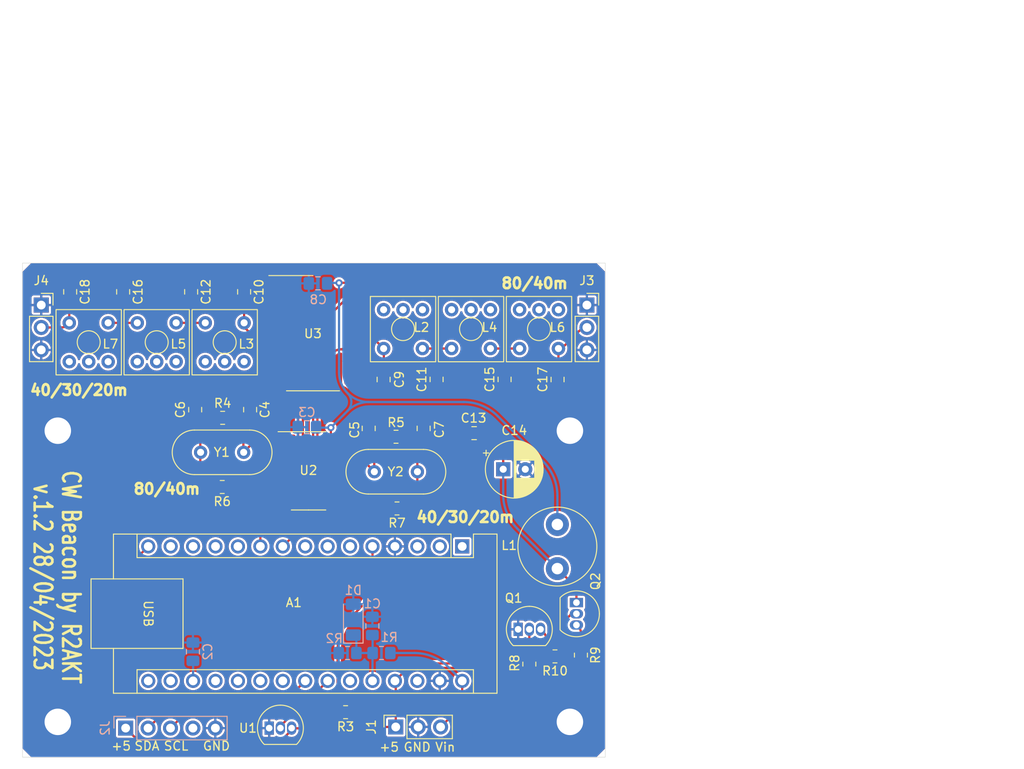
<source format=kicad_pcb>
(kicad_pcb (version 20221018) (generator pcbnew)
  (title_block (title "Маяк телеграфный автономный") (company "R2AKT") (comment 1 "R2AKT.464114.001") (comment 2 "R2AKT"))
  (layers (0 "F.Cu" signal) (31 "B.Cu" signal) (34 "B.Paste" user) (35 "F.Paste" user) (36 "B.SilkS" user "B.Silkscreen") (37 "F.SilkS" user "F.Silkscreen") (38 "B.Mask" user) (39 "F.Mask" user) (44 "Edge.Cuts" user))
  (net 0 "")
  (net 1 "GND")
  (net 2 "+5V")
  (net 6 "Net-(A1-D2)")
  (net 10 "Net-(A1-D6)")
  (net 11 "Net-(A1-D7)")
  (net 16 "Net-(A1-D12)")
  (net 19 "Net-(A1-AREF)")
  (net 25 "Net-(C15-Pad2)")
  (net 26 "Net-(A1-A7)")
  (net 27 "Net-(C11-Pad2)")
  (net 28 "Net-(C12-Pad2)")
  (net 29 "SDA")
  (net 30 "SCL")
  (net 31 "+5V_RF")
  (net 33 "Net-(U3-1Y0)")
  (net 34 "Net-(U3-2Y0)")
  (net 35 "Net-(Q2-C)")
  (net 36 "Net-(J3-Pin_2)")
  (net 37 "Net-(J4-Pin_2)")
  (net 39 "Net-(Q1-B)")
  (net 40 "Net-(Q1-C)")
  (net 41 "Vin")
  (net 42 "Net-(Q2-B)")
  (net 43 "Net-(R4-Pad1)")
  (net 44 "Net-(R5-Pad1)")
  (net 45 "Net-(U3-1A0)")
  (net 46 "Net-(C4-Pad2)")
  (net 47 "Net-(C5-Pad2)")
  (net 48 "Net-(C6-Pad1)")
  (net 49 "Net-(C7-Pad1)")
  (net 50 "Net-(C16-Pad2)")
  (net 51 "Net-(U3-1OE)")
  (net 52 "Net-(U3-2OE)")
  (net 53 "Net-(U3-2A0)")
  (footprint "Package_SO:SO-20_12.8x7.5mm_P1.27mm" (layer "F.Cu") (at 109.512001 98.952539)
    (fp_text reference "U3")
    (fp_text value "74AHC244")
  )
  (footprint "Capacitor_SMD:C_0805_2012Metric_Pad1.18x1.45mm_HandSolder" (layer "F.Cu") (at 102.392 107.619038 -90)
    (fp_text reference "C4")
    (fp_text value "22p")
  )
  (footprint "Capacitor_SMD:C_0805_2012Metric_Pad1.18x1.45mm_HandSolder" (layer "F.Cu") (at 115.821999 109.743543 -90)
    (fp_text reference "C5")
    (fp_text value "20p")
  )
  (footprint "Capacitor_SMD:C_0805_2012Metric_Pad1.18x1.45mm_HandSolder" (layer "F.Cu") (at 96.169 107.619038 90)
    (fp_text reference "C6")
    (fp_text value "22p")
  )
  (footprint "Resistor_SMD:R_0805_2012Metric_Pad1.20x1.40mm_HandSolder" (layer "F.Cu") (at 113.205 141.904476 180)
    (fp_text reference "R3")
    (fp_text value "4k7")
  )
  (footprint "Resistor_SMD:R_0805_2012Metric_Pad1.20x1.40mm_HandSolder" (layer "F.Cu") (at 99.279999 108.545538)
    (fp_text reference "R4")
    (fp_text value "4M7")
  )
  (footprint "Crystal:Crystal_HC49-U_Vertical" (layer "F.Cu") (at 101.661 112.453538 180)
    (fp_text reference "Y1")
    (fp_text value "80m/40m")
  )
  (footprint "Crystal:Crystal_HC49-U_Vertical" (layer "F.Cu") (at 116.461 114.653538)
    (fp_text reference "Y2")
    (fp_text value "40m/30m/20m")
  )
  (footprint "Package_SO:SOIC-14_3.9x8.7mm_P1.27mm" (layer "F.Cu") (at 109.012001 114.552539)
    (fp_text reference "U2")
    (fp_text value "74AHC04")
  )
  (footprint "Capacitor_SMD:C_0805_2012Metric_Pad1.18x1.45mm_HandSolder" (layer "F.Cu") (at 122.044999 109.743543 90)
    (fp_text reference "C7")
    (fp_text value "20p")
  )
  (footprint "Resistor_SMD:R_0805_2012Metric_Pad1.20x1.40mm_HandSolder" (layer "F.Cu") (at 134.015 136.453538 -90)
    (fp_text reference "R8")
    (fp_text value "1k")
  )
  (footprint "Library:TNT_Variable_Induction_7x7" (layer "F.Cu") (at 92.011 94.679538 180)
    (fp_text reference "L5")
    (fp_text value "910n (10T)")
  )
  (footprint "Library:TNT_Variable_Induction_7x7" (layer "F.Cu") (at 84.311 94.679538 180)
    (fp_text reference "L7")
    (fp_text value "820n (9T)")
  )
  (footprint "Capacitor_SMD:C_0805_2012Metric_Pad1.18x1.45mm_HandSolder" (layer "F.Cu") (at 95.711 94.266038 -90)
    (fp_text reference "C12")
    (fp_text value "470p 5%")
  )
  (footprint "Capacitor_SMD:C_0805_2012Metric_Pad1.18x1.45mm_HandSolder" (layer "F.Cu") (at 88.011 94.266038 -90)
    (fp_text reference "C16")
    (fp_text value "470p 5%")
  )
  (footprint "Connector_PinSocket_2.54mm:PinSocket_1x03_P2.54mm_Vertical" (layer "F.Cu") (at 140.536 95.765539)
    (fp_text reference "J3")
    (fp_text value "Conn_01x03")
  )
  (footprint "Package_TO_SOT_THT:TO-92_Inline" (layer "F.Cu") (at 104.551 143.708538)
    (fp_text reference "U1")
    (fp_text value "DS18B20")
  )
  (footprint "Package_TO_SOT_THT:TO-92_Inline" (layer "F.Cu") (at 139.349 129.484538 -90)
    (fp_text reference "Q2")
    (fp_text value "BC327")
  )
  (footprint "Capacitor_SMD:C_0805_2012Metric_Pad1.18x1.45mm_HandSolder" (layer "F.Cu") (at 131.211 104.191038 90)
    (fp_text reference "C15")
    (fp_text value "820p 5%")
  )
  (footprint "Resistor_SMD:R_0805_2012Metric_Pad1.20x1.40mm_HandSolder" (layer "F.Cu") (at 119.029 118.816538)
    (fp_text reference "R7")
    (fp_text value "1k")
  )
  (footprint "Resistor_SMD:R_0805_2012Metric_Pad1.20x1.40mm_HandSolder" (layer "F.Cu") (at 136.92 135.580538 180)
    (fp_text reference "R10")
    (fp_text value "510")
  )
  (footprint "Library:TNT_Variable_Induction_7x7" (layer "F.Cu") (at 99.711 94.679538 180)
    (fp_text reference "L3")
    (fp_text value "820n (9T)")
  )
  (footprint "Resistor_SMD:R_0805_2012Metric_Pad1.20x1.40mm_HandSolder" (layer "F.Cu") (at 118.918 110.688538 180)
    (fp_text reference "R5")
    (fp_text value "4M7")
  )
  (footprint "Capacitor_SMD:C_0805_2012Metric_Pad1.18x1.45mm_HandSolder" (layer "F.Cu") (at 101.711 94.266038 -90)
    (fp_text reference "C10")
    (fp_text value "270p 5%")
  )
  (footprint "Resistor_SMD:R_0805_2012Metric_Pad1.20x1.40mm_HandSolder" (layer "F.Cu") (at 99.233 116.383038 180)
    (fp_text reference "R6")
    (fp_text value "1k")
  )
  (footprint "Capacitor_SMD:C_0805_2012Metric_Pad1.18x1.45mm_HandSolder" (layer "F.Cu") (at 82.011 94.266038 -90)
    (fp_text reference "C18")
    (fp_text value "270p 5%")
  )
  (footprint "Module:Arduino_Nano" (layer "F.Cu") (at 126.413 123.118476 -90)
    (fp_text reference "A1")
    (fp_text value "Arduino_Nano_v3.x")
  )
  (footprint "Inductor_THT:L_Radial_D8.7mm_P5.00mm_Fastron_07HCP" (layer "F.Cu") (at 137.19 125.634538 90)
    (fp_text reference "L1")
    (fp_text value "100u")
  )
  (footprint "Library:TNT_Variable_Induction_7x7" (layer "F.Cu") (at 119.511 103.790538)
    (fp_text reference "L2")
    (fp_text value "1u6 (14T)")
  )
  (footprint "Package_TO_SOT_THT:TO-92_Inline" (layer "F.Cu") (at 132.745 132.511538)
    (fp_text reference "Q1")
    (fp_text value "PN2222A/2N3906")
  )
  (footprint "Connector_PinSocket_2.54mm:PinSocket_1x03_P2.54mm_Vertical" (layer "F.Cu") (at 118.885001 143.580599 90)
    (fp_text reference "J1")
    (fp_text value "Conn_01x03")
  )
  (footprint "Capacitor_SMD:C_0805_2012Metric_Pad1.18x1.45mm_HandSolder" (layer "F.Cu") (at 127.761 110.283538 180)
    (fp_text reference "C13")
    (fp_text value "100n")
  )
  (footprint "Capacitor_SMD:C_0805_2012Metric_Pad1.18x1.45mm_HandSolder" (layer "F.Cu") (at 117.511 104.203538 90)
    (fp_text reference "C9")
    (fp_text value "470p 5%")
  )
  (footprint "Capacitor_SMD:C_0805_2012Metric_Pad1.18x1.45mm_HandSolder" (layer "F.Cu") (at 123.511 104.191038 90)
    (fp_text reference "C11")
    (fp_text value "820p 5%")
  )
  (footprint "Capacitor_SMD:C_0805_2012Metric_Pad1.18x1.45mm_HandSolder" (layer "F.Cu") (at 137.211 104.203538 90)
    (fp_text reference "C17")
    (fp_text value "470p 5%")
  )
  (footprint "Library:TNT_Variable_Induction_7x7" (layer "F.Cu") (at 127.211 103.790538)
    (fp_text reference "L4")
    (fp_text value "1u8 (15T)")
  )
  (footprint "Library:TNT_Variable_Induction_7x7" (layer "F.Cu") (at 134.911 103.790538)
    (fp_text reference "L6")
    (fp_text value "1u6 (14T)")
  )
  (footprint "Connector_PinSocket_2.54mm:PinSocket_1x03_P2.54mm_Vertical" (layer "F.Cu") (at 78.736 95.765539)
    (fp_text reference "J4")
    (fp_text value "Conn_01x03")
  )
  (footprint "Resistor_SMD:R_0805_2012Metric_Pad1.20x1.40mm_HandSolder" (layer "F.Cu") (at 139.857 135.437538 -90)
    (fp_text reference "R9")
    (fp_text value "5k1")
  )
  (footprint "Capacitor_THT:CP_Radial_D6.3mm_P2.50mm" (layer "F.Cu") (at 131.054621 114.371538)
    (fp_text reference "C14")
    (fp_text value "1u")
  )
  (footprint "Diode_SMD:D_MiniMELF" (layer "B.Cu") (at 114.076 131.417538 90)
    (fp_text reference "D1")
    (fp_text value "BZV55B4V7")
  )
  (footprint "Capacitor_SMD:C_0805_2012Metric_Pad1.18x1.45mm_HandSolder" (layer "B.Cu") (at 95.915 135.051038 90)
    (fp_text reference "C2")
    (fp_text value "100n")
  )
  (footprint "Capacitor_SMD:C_0805_2012Metric_Pad1.18x1.45mm_HandSolder" (layer "B.Cu") (at 110.0735 93.303538 180)
    (fp_text reference "C8")
    (fp_text value "100n")
  )
  (footprint "Capacitor_SMD:C_0805_2012Metric_Pad1.18x1.45mm_HandSolder" (layer "B.Cu") (at 108.8235 109.603538 180)
    (fp_text reference "C3")
    (fp_text value "100n")
  )
  (footprint "Resistor_SMD:R_0805_2012Metric_Pad1.20x1.40mm_HandSolder" (layer "B.Cu") (at 117.267 135.199538 180)
    (fp_text reference "R1")
    (fp_text value "1k8 1%")
  )
  (footprint "Connector_PinHeader_2.54mm:PinHeader_1x05_P2.54mm_Vertical" (layer "B.Cu") (at 88.295 143.708538 -90)
    (fp_text reference "J2")
    (fp_text value "Conn_01x05")
  )
  (footprint "Capacitor_SMD:C_0805_2012Metric_Pad1.18x1.45mm_HandSolder" (layer "B.Cu") (at 116.235 132.130038 90)
    (fp_text reference "C1")
    (fp_text value "100n")
  )
  (footprint "Resistor_SMD:R_0805_2012Metric_Pad1.20x1.40mm_HandSolder" (layer "B.Cu") (at 113.425 135.199538 180)
    (fp_text reference "R2")
    (fp_text value "820 1%")
  )
  (gr_rect (start 76.611 91.003538) (end 142.611 147.003538) (stroke (width 0.05)) (fill none) (layer "Edge.Cuts"))
  (gr_text "+5" (at 118.14 145.867538) (layer "F.SilkS") (effects (font (size 1 1))))
  (gr_text "Vin" (at 124.49 145.867538) (layer "F.SilkS") (effects (font (size 1 1))))
  (gr_text "SCL" (at 94.01 145.740538) (layer "F.SilkS") (effects (font (size 1 1))))
  (gr_text "80/40m" (at 134.611 93.303538) (layer "F.SilkS") (effects (font (size 1.2 1.2) (thickness 0.3))))
  (gr_text "SDA" (at 90.708 145.740538) (layer "F.SilkS") (effects (font (size 1 1))))
  (gr_text "CW Beacon by R2AKT\nv.1.2 28/04/2023" (at 80.511 126.603538 270) (layer "F.SilkS") (effects (font (size 2 1.5) (thickness 0.3))))
  (gr_text "+5" (at 87.787 145.740538) (layer "F.SilkS") (effects (font (size 1 1))))
  (gr_text "80/40m" (at 92.961 116.603538) (layer "F.SilkS") (effects (font (size 1.2 1.2) (thickness 0.3))))
  (gr_text "GND" (at 98.582 145.740538) (layer "F.SilkS") (effects (font (size 1 1))))
  (gr_text "40/30/20m" (at 126.761 119.803538) (layer "F.SilkS") (effects (font (size 1.2 1.2) (thickness 0.3))))
  (gr_text "GND" (at 121.315 145.867538) (layer "F.SilkS") (effects (font (size 1 1))))
  (gr_text "40/30/20m" (at 83.011 105.403538) (layer "F.SilkS") (effects (font (size 1.2 1.2) (thickness 0.3))))
  (via (at 80.611 143.003538) (size 5) (drill 3) (layers "F.Cu" "B.Cu") (net 1))
  (via (at 138.611 110.002738) (size 5) (drill 3) (layers "F.Cu" "B.Cu") (net 1))
  (via (at 138.611 143.003538) (size 5) (drill 3) (layers "F.Cu" "B.Cu") (net 1))
  (via (at 80.611 110.003538) (size 5) (drill 3) (layers "F.Cu" "B.Cu") (net 1))
  (segment (start 139.603 132.278538) (end 139.349 132.024538) (width 0.25) (layer "F.Cu") (net 2))
  (segment (start 114.205 141.904476) (end 113.290938 142.818537) (width 0.25) (layer "F.Cu") (net 2))
  (segment (start 118.885001 143.580599) (end 117.06632 143.580599) (width 0.25) (layer "F.Cu") (net 2))
  (segment (start 133.995606 136.378538) (end 122.172965 136.378538) (width 0.25) (layer "F.Cu") (net 2))
  (segment (start 141 136.293331) (end 141 136.754102) (width 0.25) (layer "F.Cu") (net 2))
  (segment (start 118.885001 138.515531) (end 118.885001 143.580599) (width 0.25) (layer "F.Cu") (net 2))
  (segment (start 140.391564 137.362538) (end 136.371193 137.362538) (width 0.25) (layer "F.Cu") (net 2))
  (segment (start 89.184 144.597538) (end 88.295 143.708538) (width 0.25) (layer "F.Cu") (net 2))
  (segment (start 140.495978 135.076516) (end 139.857 134.437538) (width 0.25) (layer "F.Cu") (net 2))
  (segment (start 91.330235 145.486538) (end 104.439863 145.486538) (width 0.25) (layer "F.Cu") (net 2))
  (segment (start 111.084198 143.732599) (end 107.066939 143.732599) (width 0.25) (layer "F.Cu") (net 2))
  (segment (start 119.782969 137.368507) (end 118.839 138.312475) (width 0.25) (layer "F.Cu") (net 2))
  (segment (start 107.091 143.821038) (end 107.091 143.708538) (width 0.25) (layer "F.Cu") (net 2))
  (segment (start 139.857 132.891748) (end 139.857 134.437538) (width 0.25) (layer "F.Cu") (net 2))
  (segment (start 114.205 141.904476) (end 115.043061 142.742537) (width 0.25) (layer "F.Cu") (net 2))
  (segment (start 107.01145 144.013087) (end 106.314499 144.710037) (width 0.25) (layer "F.Cu") (net 2))
  (arc (start 140.391564 137.362538) (mid 140.624402 137.316223) (end 140.821793 137.184331) (width 0.25) (layer "F.Cu") (net 2))
  (arc (start 89.184 144.597538) (mid 90.168701 145.255494) (end 91.330235 145.486538) (width 0.25) (layer "F.Cu") (net 2))
  (arc (start 117.06632 143.580599) (mid 115.97134 143.362793) (end 115.043061 142.742537) (width 0.25) (layer "F.Cu") (net 2))
  (arc (start 118.839 138.404476) (mid 118.873045 138.455428) (end 118.885001 138.515531) (width 0.25) (layer "F.Cu") (net 2))
  (arc (start 135.1834 136.870538) (mid 135.728364 137.234671) (end 136.371193 137.362538) (width 0.25) (layer "F.Cu") (net 2))
  (arc (start 119.782969 137.368507) (mid 120.879508 136.635822) (end 122.172965 136.378538) (width 0.25) (layer "F.Cu") (net 2))
  (arc (start 140.495978 135.076516) (mid 140.869008 135.634795) (end 141 136.293331) (width 0.25) (layer "F.Cu") (net 2))
  (arc (start 118.839 138.404476) (mid 118.819946 138.358475) (end 118.839 138.312475) (width 0.25) (layer "F.Cu") (net 2))
  (arc (start 139.857 132.891748) (mid 139.790987 132.559881) (end 139.603 132.278538) (width 0.25) (layer "F.Cu") (net 2))
  (arc (start 107.01145 144.013087) (mid 107.070325 143.924974) (end 107.091 143.821038) (width 0.25) (layer "F.Cu") (net 2))
  (arc (start 113.290938 142.818537) (mid 112.278477 143.495042) (end 111.084198 143.732599) (width 0.25) (layer "F.Cu") (net 2))
  (arc (start 141 136.754102) (mid 140.953685 136.98694) (end 140.821793 137.184331) (width 0.25) (layer "F.Cu") (net 2))
  (arc (start 106.314499 144.710037) (mid 105.454409 145.284731) (end 104.439863 145.486538) (width 0.25) (layer "F.Cu") (net 2))
  (arc (start 135.1834 136.870538) (mid 134.638435 136.506404) (end 133.995606 136.378538) (width 0.25) (layer "F.Cu") (net 2))
  (segment (start 116.253 126.442636) (end 116.253 123.118476) (width 0.25) (layer "F.Cu") (net 6))
  (segment (start 106.610531 142.694007) (end 105.900549 143.403988) (width 0.25) (layer "F.Cu") (net 6))
  (segment (start 112.298 141.745715) (end 112.298 134.905563) (width 0.25) (layer "F.Cu") (net 6))
  (segment (start 113.891792 131.057806) (end 114.659207 130.290392) (width 0.25) (layer "F.Cu") (net 6))
  (segment (start 112.139239 141.904476) (end 108.516627 141.904476) (width 0.25) (layer "F.Cu") (net 6))
  (segment (start 105.821 143.596038) (end 105.821 143.708538) (width 0.25) (layer "F.Cu") (net 6))
  (arc (start 112.298 141.745715) (mid 112.285915 141.80647) (end 112.2515 141.857976) (width 0.25) (layer "F.Cu") (net 6))
  (arc (start 105.900549 143.403988) (mid 105.841674 143.492101) (end 105.821 143.596038) (width 0.25) (layer "F.Cu") (net 6))
  (arc (start 112.139239 141.904476) (mid 112.199994 141.892391) (end 112.2515 141.857976) (width 0.25) (layer "F.Cu") (net 6))
  (arc (start 116.253 126.442636) (mid 115.838786 128.525026) (end 114.659207 130.290392) (width 0.25) (layer "F.Cu") (net 6))
  (arc (start 113.891792 131.057806) (mid 112.712213 132.823172) (end 112.298 134.905563) (width 0.25) (layer "F.Cu") (net 6))
  (arc (start 108.516627 141.904476) (mid 107.485055 142.109668) (end 106.610531 142.694007) (width 0.25) (layer "F.Cu") (net 6))
  (segment (start 113.214 117.573538) (end 113.173528 117.533066) (width 0.25) (layer "F.Cu") (net 10))
  (segment (start 112.110001 117.092539) (end 111.487001 117.092539) (width 0.25) (layer "F.Cu") (net 10))
  (segment (start 112.177382 120.467538) (end 110.618434 120.467538) (width 0.25) (layer "F.Cu") (net 10))
  (segment (start 113.695 118.734774) (end 113.695 118.94992) (width 0.25) (layer "F.Cu") (net 10))
  (segment (start 107.418469 121.793007) (end 106.093 123.118476) (width 0.25) (layer "F.Cu") (net 10))
  (arc (start 113.2505 120.023038) (mid 113.579478 119.530687) (end 113.695 118.94992) (width 0.25) (layer "F.Cu") (net 10))
  (arc (start 113.173528 117.533066) (mid 112.685577 117.207028) (end 112.110001 117.092539) (width 0.25) (layer "F.Cu") (net 10))
  (arc (start 107.418469 121.793007) (mid 108.886625 120.812016) (end 110.618434 120.467538) (width 0.25) (layer "F.Cu") (net 10))
  (arc (start 113.2505 120.023038) (mid 112.758149 120.352016) (end 112.177382 120.467538) (width 0.25) (layer "F.Cu") (net 10))
  (arc (start 113.214 117.573538) (mid 113.569992 118.106317) (end 113.695 118.734774) (width 0.25) (layer "F.Cu") (net 10))
  (segment (start 105.898 115.822539) (end 106.537001 115.822539) (width 0.25) (layer "F.Cu") (net 11))
  (segment (start 104.405999 116.675538) (end 104.807157 116.27438) (width 0.25) (layer "F.Cu") (net 11))
  (segment (start 103.553 118.734861) (end 103.553 123.118476) (width 0.25) (layer "F.Cu") (net 11))
  (arc (start 104.405999 116.675538) (mid 103.774687 117.620363) (end 103.553 118.734861) (width 0.25) (layer "F.Cu") (net 11))
  (arc (start 105.898 115.822539) (mid 105.30764 115.939968) (end 104.807157 116.27438) (width 0.25) (layer "F.Cu") (net 11))
  (segment (start 133.913883 137.840654) (end 125.832037 145.9225) (width 0.25) (layer "F.Cu") (net 16))
  (segment (start 134.015 137.596538) (end 134.015 137.453538) (width 0.25) (layer "F.Cu") (net 16))
  (segment (start 88.293964 145.936039) (end 125.8235 145.936039) (width 0.25) (layer "F.Cu") (net 16))
  (segment (start 87.602792 126.368683) (end 90.853 123.118476) (width 0.25) (layer "F.Cu") (net 16))
  (segment (start 86.009 143.651074) (end 86.009 130.216439) (width 0.25) (layer "F.Cu") (net 16))
  (arc (start 86.009 143.651074) (mid 86.182932 144.525492) (end 86.67825 145.266788) (width 0.25) (layer "F.Cu") (net 16))
  (arc (start 125.828501 145.931038) (mid 125.829419 145.926417) (end 125.832037 145.9225) (width 0.25) (layer "F.Cu") (net 16))
  (arc (start 87.602792 126.368683) (mid 86.423213 128.134048) (end 86.009 130.216439) (width 0.25) (layer "F.Cu") (net 16))
  (arc (start 134.015 137.596538) (mid 133.98872 137.728652) (end 133.913883 137.840654) (width 0.25) (layer "F.Cu") (net 16))
  (arc (start 88.293964 145.936039) (mid 87.419546 145.762106) (end 86.67825 145.266788) (width 0.25) (layer "F.Cu") (net 16))
  (arc (start 125.828501 145.931038) (mid 125.827036 145.934574) (end 125.8235 145.936039) (width 0.25) (layer "F.Cu") (net 16))
  (segment (start 95.924 136.097538) (end 95.915 136.088538) (width 0.25) (layer "B.Cu") (net 19))
  (segment (start 95.933 136.119265) (end 95.933 138.358476) (width 0.25) (layer "B.Cu") (net 19))
  (arc (start 95.924 136.097538) (mid 95.93066 136.107506) (end 95.933 136.119265) (width 0.25) (layer "B.Cu") (net 19))
  (segment (start 131.211 100.798085) (end 131.211 103.153538) (width 0.25) (layer "F.Cu") (net 25))
  (segment (start 131.192547 100.690538) (end 131.103452 100.690538) (width 0.25) (layer "F.Cu") (net 25))
  (segment (start 131.103452 100.690538) (end 129.611 100.690538) (width 0.25) (layer "F.Cu") (net 25))
  (segment (start 131.192547 100.690538) (end 132.911 100.690538) (width 0.25) (layer "F.Cu") (net 25))
  (arc (start 131.1795 100.722038) (mid 131.175499 100.701928) (end 131.192547 100.690538) (width 0.25) (layer "F.Cu") (net 25))
  (arc (start 131.211 100.798085) (mid 131.202813 100.756928) (end 131.1795 100.722038) (width 0.25) (layer "F.Cu") (net 25))
  (arc (start 131.1795 100.722038) (mid 131.144608 100.698724) (end 131.103452 100.690538) (width 0.25) (layer "F.Cu") (net 25))
  (segment (start 114.2505 133.342038) (end 114.076 133.167538) (width 0.25) (layer "B.Cu") (net 26))
  (segment (start 116.0318 135.199538) (end 115.5812 135.199538) (width 0.25) (layer "B.Cu") (net 26))
  (segment (start 115.11575 135.199538) (end 114.65525 135.199538) (width 0.25) (layer "B.Cu") (net 26))
  (segment (start 116.267 135.189638) (end 116.267 133.222165) (width 0.25) (layer "B.Cu") (net 26))
  (segment (start 116.253 135.223437) (end 116.253 138.358476) (width 0.25) (layer "B.Cu") (net 26))
  (segment (start 116.251 133.183538) (end 116.235 133.167538) (width 0.25) (layer "B.Cu") (net 26))
  (segment (start 115.5812 135.199538) (end 115.11575 135.199538) (width 0.25) (layer "B.Cu") (net 26))
  (segment (start 114.425 133.763318) (end 114.425 134.969288) (width 0.25) (layer "B.Cu") (net 26))
  (segment (start 116.0318 135.199538) (end 116.2571 135.199538) (width 0.25) (layer "B.Cu") (net 26))
  (arc (start 114.425 134.969288) (mid 114.492438 135.132099) (end 114.65525 135.199538) (width 0.25) (layer "B.Cu") (net 26))
  (arc (start 114.425 133.763318) (mid 114.379648 133.535322) (end 114.2505 133.342038) (width 0.25) (layer "B.Cu") (net 26))
  (arc (start 116.2571 135.199538) (mid 116.2641 135.196638) (end 116.267 135.189638) (width 0.25) (layer "B.Cu") (net 26))
  (arc (start 116.26 135.206538) (mid 116.260888 135.202069) (end 116.2571 135.199538) (width 0.25) (layer "B.Cu") (net 26))
  (arc (start 116.26 135.206538) (mid 116.26518 135.198784) (end 116.267 135.189638) (width 0.25) (layer "B.Cu") (net 26))
  (arc (start 116.26 135.206538) (mid 116.254819 135.214291) (end 116.253 135.223437) (width 0.25) (layer "B.Cu") (net 26))
  (arc (start 116.251 133.183538) (mid 116.262841 133.20126) (end 116.267 133.222165) (width 0.25) (layer "B.Cu") (net 26))
  (segment (start 123.514807 100.690538) (end 121.937 100.690538) (width 0.25) (layer "F.Cu") (net 27))
  (segment (start 123.533192 100.690538) (end 125.211 100.690538) (width 0.25) (layer "F.Cu") (net 27))
  (segment (start 123.511 100.71273) (end 123.511 103.153538) (width 0.25) (layer "F.Cu") (net 27))
  (segment (start 123.533192 100.690538) (end 123.514807 100.690538) (width 0.25) (layer "F.Cu") (net 27))
  (arc (start 123.5175 100.697038) (mid 123.518325 100.692888) (end 123.514807 100.690538) (width 0.25) (layer "F.Cu") (net 27))
  (arc (start 123.5175 100.697038) (mid 123.512689 100.704237) (end 123.511 100.71273) (width 0.25) (layer "F.Cu") (net 27))
  (arc (start 123.5175 100.697038) (mid 123.524699 100.692227) (end 123.533192 100.690538) (width 0.25) (layer "F.Cu") (net 27))
  (segment (start 95.70397 97.779538) (end 97.311 97.779538) (width 0.25) (layer "F.Cu") (net 28))
  (segment (start 95.670029 97.779538) (end 94.011 97.779538) (width 0.25) (layer "F.Cu") (net 28))
  (segment (start 95.70397 97.779538) (end 95.670029 97.779538) (width 0.25) (layer "F.Cu") (net 28))
  (segment (start 95.711 97.738567) (end 95.711 95.303538) (width 0.25) (layer "F.Cu") (net 28))
  (arc (start 95.699 97.767538) (mid 95.685708 97.776419) (end 95.670029 97.779538) (width 0.25) (layer "F.Cu") (net 28))
  (arc (start 95.70397 97.779538) (mid 95.697476 97.775198) (end 95.699 97.767538) (width 0.25) (layer "F.Cu") (net 28))
  (arc (start 95.699 97.767538) (mid 95.707881 97.754246) (end 95.711 97.738567) (width 0.25) (layer "F.Cu") (net 28))
  (segment (start 96.737025 140.060476) (end 105.727504 140.060476) (width 0.25) (layer "F.Cu") (net 29))
  (segment (start 92.889269 141.654268) (end 90.835 143.708538) (width 0.25) (layer "F.Cu") (net 29))
  (segment (start 107.782 139.209476) (end 108.633 138.358476) (width 0.25) (layer "F.Cu") (net 29))
  (arc (start 107.782 139.209476) (mid 106.839389 139.839308) (end 105.727504 140.060476) (width 0.25) (layer "F.Cu") (net 29))
  (arc (start 96.737025 140.060476) (mid 94.654634 140.474689) (end 92.889269 141.654268) (width 0.25) (layer "F.Cu") (net 29))
  (segment (start 94.627531 142.456007) (end 93.375 143.708538) (width 0.25) (layer "F.Cu") (net 30))
  (segment (start 109.7505 139.780976) (end 111.173 138.358476) (width 0.25) (layer "F.Cu") (net 30))
  (segment (start 97.651408 141.203476) (end 106.316281 141.203476) (width 0.25) (layer "F.Cu") (net 30))
  (arc (start 106.316281 141.203476) (mid 108.174866 140.83378) (end 109.7505 139.780976) (width 0.25) (layer "F.Cu") (net 30))
  (arc (start 97.651408 141.203476) (mid 96.014897 141.528998) (end 94.627531 142.456007) (width 0.25) (layer "F.Cu") (net 30))
  (segment (start 112.488312 93.237539) (end 114.262001 93.237539) (width 0.25) (layer "F.Cu") (net 31))
  (segment (start 112.461 93.253538) (end 112.468999 93.245538) (width 0.25) (layer "F.Cu") (net 31))
  (segment (start 111.536 109.653538) (end 111.536 110.658892) (width 0.25) (layer "F.Cu") (net 31))
  (segment (start 111.5115 110.718039) (end 111.487001 110.742539) (width 0.25) (layer "F.Cu") (net 31))
  (via (at 111.536 109.653538) (size 0.8) (drill 0.4) (layers "F.Cu" "B.Cu") (net 31))
  (via (at 112.461 93.253538) (size 0.8) (drill 0.4) (layers "F.Cu" "B.Cu") (net 31))
  (arc (start 111.5115 110.718039) (mid 111.529632 110.690902) (end 111.536 110.658892) (width 0.25) (layer "F.Cu") (net 31))
  (arc (start 112.468999 93.245538) (mid 112.47786 93.239617) (end 112.488312 93.237539) (width 0.25) (layer "F.Cu") (net 31))
  (segment (start 112.461 93.253538) (end 112.461 103.382002) (width 0.25) (layer "B.Cu") (net 31))
  (segment (start 113.4485 107.741038) (end 111.536 109.653538) (width 0.25) (layer "B.Cu") (net 31))
  (segment (start 112.461 93.253538) (end 111.196355 93.253538) (width 0.25) (layer "B.Cu") (net 31))
  (segment (start 137.19 117.356501) (end 137.19 120.634538) (width 0.25) (layer "B.Cu") (net 31))
  (segment (start 135.596207 113.508745) (end 130.434792 108.34733) (width 0.25) (layer "B.Cu") (net 31))
  (segment (start 111.136 93.278538) (end 111.111 93.303538) (width 0.25) (layer "B.Cu") (net 31))
  (segment (start 126.587036 106.753538) (end 115.832535 106.753538) (width 0.25) (layer "B.Cu") (net 31))
  (segment (start 109.946355 109.653538) (end 111.536 109.653538) (width 0.25) (layer "B.Cu") (net 31))
  (segment (start 109.886 109.628538) (end 109.861 109.603538) (width 0.25) (layer "B.Cu") (net 31))
  (arc (start 126.587036 106.753538) (mid 128.669426 107.167751) (end 130.434792 108.34733) (width 0.25) (layer "B.Cu") (net 31))
  (arc (start 113.4485 105.766038) (mid 112.717642 104.672233) (end 112.461 103.382002) (width 0.25) (layer "B.Cu") (net 31))
  (arc (start 113.4485 105.766038) (mid 114.542304 106.496895) (end 115.832535 106.753538) (width 0.25) (layer "B.Cu") (net 31))
  (arc (start 113.4485 107.741038) (mid 113.857535 106.753538) (end 113.4485 105.766038) (width 0.25) (layer "B.Cu") (net 31))
  (arc (start 109.946355 109.653538) (mid 109.913691 109.64704) (end 109.886 109.628538) (width 0.25) (layer "B.Cu") (net 31))
  (arc (start 111.136 93.278538) (mid 111.163691 93.260035) (end 111.196355 93.253538) (width 0.25) (layer "B.Cu") (net 31))
  (arc (start 113.4485 107.741038) (mid 114.542304 107.01018) (end 115.832535 106.753538) (width 0.25) (layer "B.Cu") (net 31))
  (arc (start 137.19 117.356501) (mid 136.775786 115.27411) (end 135.596207 113.508745) (width 0.25) (layer "B.Cu") (net 31))
  (segment (start 115.208967 103.397539) (end 114.262001 103.397539) (width 0.25) (layer "F.Cu") (net 33))
  (segment (start 115.337002 98.189504) (end 115.337002 95.905573) (width 0.25) (layer "F.Cu") (net 33))
  (segment (start 116.672959 99.852497) (end 117.511 100.690538) (width 0.25) (layer "F.Cu") (net 33))
  (segment (start 115.337002 99.99704) (end 115.337002 99.01004) (width 0.25) (layer "F.Cu") (net 33))
  (segment (start 115.208967 100.857539) (end 114.262001 100.857539) (width 0.25) (layer "F.Cu") (net 33))
  (segment (start 117.524 103.153038) (end 117.511 103.166038) (width 0.25) (layer "F.Cu") (net 33))
  (segment (start 115.337002 98.445573) (end 115.337002 99.01004) (width 0.25) (layer "F.Cu") (net 33))
  (segment (start 117.537 103.121653) (end 117.537 100.690538) (width 0.25) (layer "F.Cu") (net 33))
  (segment (start 115.208967 98.317539) (end 114.262001 98.317539) (width 0.25) (layer "F.Cu") (net 33))
  (segment (start 115.337002 100.729504) (end 115.337002 99.99704) (width 0.25) (layer "F.Cu") (net 33))
  (segment (start 115.208967 95.777539) (end 114.262001 95.777539) (width 0.25) (layer "F.Cu") (net 33))
  (segment (start 115.337002 103.269504) (end 115.337002 100.985573) (width 0.25) (layer "F.Cu") (net 33))
  (arc (start 115.208967 100.857539) (mid 115.257963 100.867284) (end 115.299501 100.895039) (width 0.25) (layer "F.Cu") (net 33))
  (arc (start 115.337002 99.99704) (mid 115.481544 99.648082) (end 115.830502 99.50354) (width 0.25) (layer "F.Cu") (net 33))
  (arc (start 115.830502 99.50354) (mid 115.481544 99.358997) (end 115.337002 99.01004) (width 0.25) (layer "F.Cu") (net 33))
  (arc (start 115.337002 100.729504) (mid 115.327255 100.7785) (end 115.299501 100.820038) (width 0.25) (layer "F.Cu") (net 33))
  (arc (start 115.299501 100.820038) (mid 115.283967 100.857538) (end 115.299501 100.895039) (width 0.25) (layer "F.Cu") (net 33))
  (arc (start 115.299501 100.820038) (mid 115.257963 100.847792) (end 115.208967 100.857539) (width 0.25) (layer "F.Cu") (net 33))
  (arc (start 115.299501 95.815039) (mid 115.327255 95.856576) (end 115.337002 95.905573) (width 0.25) (layer "F.Cu") (net 33))
  (arc (start 115.299501 95.815039) (mid 115.257963 95.787284) (end 115.208967 95.777539) (width 0.25) (layer "F.Cu") (net 33))
  (arc (start 115.299501 98.280038) (mid 115.257963 98.307792) (end 115.208967 98.317539) (width 0.25) (layer "F.Cu") (net 33))
  (arc (start 115.337002 98.189504) (mid 115.327255 98.2385) (end 115.299501 98.280038) (width 0.25) (layer "F.Cu") (net 33))
  (arc (start 115.299501 98.280038) (mid 115.283967 98.317538) (end 115.299501 98.355039) (width 0.25) (layer "F.Cu") (net 33))
  (arc (start 115.208967 98.317539) (mid 115.257963 98.327284) (end 115.299501 98.355039) (width 0.25) (layer "F.Cu") (net 33))
  (arc (start 117.537 103.121653) (mid 117.533621 103.138638) (end 117.524 103.153038) (width 0.25) (layer "F.Cu") (net 33))
  (arc (start 115.299501 103.360038) (mid 115.257963 103.387792) (end 115.208967 103.397539) (width 0.25) (layer "F.Cu") (net 33))
  (arc (start 115.337002 100.985573) (mid 115.327255 100.936576) (end 115.299501 100.895039) (width 0.25) (layer "F.Cu") (net 33))
  (arc (start 115.830502 99.50354) (mid 116.286436 99.59423) (end 116.672959 99.852497) (width 0.25) (layer "F.Cu") (net 33))
  (arc (start 115.337002 98.445573) (mid 115.327255 98.396576) (end 115.299501 98.355039) (width 0.25) (layer "F.Cu") (net 33))
  (arc (start 115.337002 103.269504) (mid 115.327255 103.3185) (end 115.299501 103.360038) (width 0.25) (layer "F.Cu") (net 33))
  (segment (start 102.87216 99.414698) (end 101.878584 98.421122) (width 0.25) (layer "F.Cu") (net 34))
  (segment (start 103.687 99.928538) (end 103.687 100.729504) (width 0.25) (layer "F.Cu") (net 34))
  (segment (start 103.687 103.269504) (end 103.687 100.985573) (width 0.25) (layer "F.Cu") (net 34))
  (segment (start 103.815034 100.857539) (end 104.762001 100.857539) (width 0.25) (layer "F.Cu") (net 34))
  (segment (start 101.711 97.305538) (end 101.711 97.779538) (width 0.25) (layer "F.Cu") (net 34))
  (segment (start 103.815034 103.397539) (end 104.762001 103.397539) (width 0.25) (layer "F.Cu") (net 34))
  (segment (start 103.687 95.905573) (end 103.687 98.189504) (width 0.25) (layer "F.Cu") (net 34))
  (segment (start 103.754001 98.325539) (end 103.746001 98.333539) (width 0.25) (layer "F.Cu") (net 34))
  (segment (start 103.773314 98.317539) (end 104.762001 98.317539) (width 0.25) (layer "F.Cu") (net 34))
  (segment (start 103.7245 98.355039) (end 103.754001 98.325539) (width 0.25) (layer "F.Cu") (net 34))
  (segment (start 103.815034 95.777539) (end 104.762001 95.777539) (width 0.25) (layer "F.Cu") (net 34))
  (segment (start 101.711 97.305538) (end 101.711 95.303538) (width 0.25) (layer "F.Cu") (net 34))
  (segment (start 101.711 97.779538) (end 101.711 98.016538) (width 0.25) (layer "F.Cu") (net 34))
  (segment (start 103.754001 98.309539) (end 103.7245 98.280038) (width 0.25) (layer "F.Cu") (net 34))
  (segment (start 103.687 99.326538) (end 103.687 98.445573) (width 0.25) (layer "F.Cu") (net 34))
  (segment (start 103.687 99.928538) (end 103.687 99.326538) (width 0.25) (layer "F.Cu") (net 34))
  (segment (start 101.641001 98.317539) (end 101.503 98.179538) (width 0.25) (layer "F.Cu") (net 34))
  (arc (start 103.815034 100.857539) (mid 103.766037 100.867284) (end 103.7245 100.895039) (width 0.25) (layer "F.Cu") (net 34))
  (arc (start 101.878584 98.421122) (mid 101.754553 98.235497) (end 101.711 98.016538) (width 0.25) (layer "F.Cu") (net 34))
  (arc (start 103.687 99.326538) (mid 103.598839 99.539377) (end 103.386 99.627538) (width 0.25) (layer "F.Cu") (net 34))
  (arc (start 103.7245 100.895039) (mid 103.696745 100.936576) (end 103.687 100.985573) (width 0.25) (layer "F.Cu") (net 34))
  (arc (start 103.687 98.189504) (mid 103.696745 98.2385) (end 103.7245 98.280038) (width 0.25) (layer "F.Cu") (net 34))
  (arc (start 103.754001 98.309539) (mid 103.762862 98.315459) (end 103.773314 98.317539) (width 0.25) (layer "F.Cu") (net 34))
  (arc (start 103.815034 103.397539) (mid 103.766037 103.387792) (end 103.7245 103.360038) (width 0.25) (layer "F.Cu") (net 34))
  (arc (start 102.87216 99.414698) (mid 103.107912 99.572222) (end 103.386 99.627538) (width 0.25) (layer "F.Cu") (net 34))
  (arc (start 103.815034 95.777539) (mid 103.766037 95.787284) (end 103.7245 95.815039) (width 0.25) (layer "F.Cu") (net 34))
  (arc (start 103.754001 98.309539) (mid 103.757314 98.317539) (end 103.754001 98.325539) (width 0.25) (layer "F.Cu") (net 34))
  (arc (start 103.815034 100.857539) (mid 103.766037 100.847792) (end 103.7245 100.820038) (width 0.25) (layer "F.Cu") (net 34))
  (arc (start 103.7245 100.895039) (mid 103.740033 100.857538) (end 103.7245 100.820038) (width 0.25) (layer "F.Cu") (net 34))
  (arc (start 103.687 100.729504) (mid 103.696745 100.7785) (end 103.7245 100.820038) (width 0.25) (layer "F.Cu") (net 34))
  (arc (start 103.773314 98.317539) (mid 103.762862 98.319618) (end 103.754001 98.325539) (width 0.25) (layer "F.Cu") (net 34))
  (arc (start 103.687 103.269504) (mid 103.696745 103.3185) (end 103.7245 103.360038) (width 0.25) (layer "F.Cu") (net 34))
  (arc (start 103.7245 98.355039) (mid 103.696745 98.396576) (end 103.687 98.445573) (width 0.25) (layer "F.Cu") (net 34))
  (arc (start 103.687 95.905573) (mid 103.696745 95.856576) (end 103.7245 95.815039) (width 0.25) (layer "F.Cu") (net 34))
  (arc (start 103.687 99.928538) (mid 103.598839 99.715698) (end 103.386 99.627538) (width 0.25) (layer "F.Cu") (net 34))
  (segment (start 139.349 128.639038) (end 139.349 129.484538) (width 0.25) (layer "F.Cu") (net 35))
  (segment (start 131.054621 113.455598) (end 131.054621 114.371538) (width 0.25) (layer "F.Cu") (net 35))
  (segment (start 138.751141 127.195679) (end 137.19 125.634538) (width 0.25) (layer "F.Cu") (net 35))
  (segment (start 130.406953 111.891991) (end 128.7985 110.283538) (width 0.25) (layer "F.Cu") (net 35))
  (arc (start 130.406953 111.891991) (mid 130.886297 112.60938) (end 131.054621 113.455598) (width 0.25) (layer "F.Cu") (net 35))
  (arc (start 138.751141 127.195679) (mid 139.193621 127.857897) (end 139.349 128.639038) (width 0.25) (layer "F.Cu") (net 35))
  (segment (start 132.648413 121.092951) (end 137.19 125.634538) (width 0.25) (layer "B.Cu") (net 35))
  (segment (start 131.054621 117.245195) (end 131.054621 114.371538) (width 0.25) (layer "B.Cu") (net 35))
  (arc (start 132.648413 121.092951) (mid 131.468834 119.327585) (end 131.054621 117.245195) (width 0.25) (layer "B.Cu") (net 35))
  (segment (start 140.297499 98.305539) (end 140.536 98.305539) (width 0.25) (layer "F.Cu") (net 36))
  (segment (start 137.311 100.872038) (end 137.311 102.995327) (width 0.25) (layer "F.Cu") (net 36))
  (segment (start 137.261 103.116038) (end 137.211 103.166038) (width 0.25) (layer "F.Cu") (net 36))
  (segment (start 139.890353 98.474184) (end 137.802339 100.562198) (width 0.25) (layer "F.Cu") (net 36))
  (arc (start 137.4925 100.690538) (mid 137.660183 100.657183) (end 137.802339 100.562198) (width 0.25) (layer "F.Cu") (net 36))
  (arc (start 137.261 103.116038) (mid 137.298005 103.060655) (end 137.311 102.995327) (width 0.25) (layer "F.Cu") (net 36))
  (arc (start 137.4925 100.690538) (mid 137.36416 100.743698) (end 137.311 100.872038) (width 0.25) (layer "F.Cu") (net 36))
  (arc (start 139.890353 98.474184) (mid 140.077153 98.349368) (end 140.297499 98.305539) (width 0.25) (layer "F.Cu") (net 36))
  (segment (start 81.01306 98.305539) (end 78.736 98.305539) (width 0.25) (layer "F.Cu") (net 37))
  (segment (start 81.961 95.353538) (end 82.011 95.303538) (width 0.25) (layer "F.Cu") (net 37))
  (segment (start 81.911 97.407599) (end 81.911 95.474248) (width 0.25) (layer "F.Cu") (net 37))
  (arc (start 81.647999 98.042538) (mid 81.842648 97.751225) (end 81.911 97.407599) (width 0.25) (layer "F.Cu") (net 37))
  (arc (start 81.911 95.474248) (mid 81.923994 95.40892) (end 81.961 95.353538) (width 0.25) (layer "F.Cu") (net 37))
  (arc (start 81.647999 98.042538) (mid 81.356686 98.237187) (end 81.01306 98.305539) (width 0.25) (layer "F.Cu") (net 37))
  (segment (start 134.015 135.453538) (end 134.015 132.511538) (width 0.25) (layer "F.Cu") (net 39))
  (segment (start 135.6025 132.829038) (end 135.285 132.511538) (width 0.25) (layer "F.Cu") (net 40))
  (segment (start 135.92 133.59555) (end 135.92 135.580538) (width 0.25) (layer "F.Cu") (net 40))
  (arc (start 135.92 133.59555) (mid 135.837484 133.180716) (end 135.6025 132.829038) (width 0.25) (layer "F.Cu") (net 40))
  (segment (start 125.432199 142.1134) (end 123.965001 143.580599) (width 0.25) (layer "F.Cu") (net 41))
  (segment (start 126.413 139.745538) (end 126.413 138.358476) (width 0.25) (layer "F.Cu") (net 41))
  (arc (start 126.413 139.745538) (mid 126.158098 141.027015) (end 125.432199 142.1134) (width 0.25) (layer "F.Cu") (net 41))
  (segment (start 124.833531 136.779007) (end 126.413 138.358476) (width 0.25) (layer "B.Cu") (net 41))
  (segment (start 121.020355 135.199538) (end 118.267 135.199538) (width 0.25) (layer "B.Cu") (net 41))
  (arc (start 124.833531 136.779007) (mid 123.084031 135.610028) (end 121.020355 135.199538) (width 0.25) (layer "B.Cu") (net 41))
  (segment (start 139.317 136.437538) (end 139.857 136.437538) (width 0.25) (layer "F.Cu") (net 42))
  (segment (start 138.3595 131.194038) (end 138.604545 130.948992) (width 0.25) (layer "F.Cu") (net 42))
  (segment (start 137.92 132.255084) (end 137.92 135.244547) (width 0.25) (layer "F.Cu") (net 42))
  (segment (start 139.074 130.754538) (end 139.349 130.754538) (width 0.25) (layer "F.Cu") (net 42))
  (segment (start 138.157581 135.818119) (end 138.395162 136.0557) (width 0.25) (layer "F.Cu") (net 42))
  (arc (start 137.92 132.255084) (mid 138.034222 131.68085) (end 138.3595 131.194038) (width 0.25) (layer "F.Cu") (net 42))
  (arc (start 137.92 135.244547) (mid 137.981745 135.554962) (end 138.157581 135.818119) (width 0.25) (layer "F.Cu") (net 42))
  (arc (start 139.074 130.754538) (mid 138.819932 130.805074) (end 138.604545 130.948992) (width 0.25) (layer "F.Cu") (net 42))
  (arc (start 139.317 136.437538) (mid 138.818104 136.338301) (end 138.395162 136.0557) (width 0.25) (layer "F.Cu") (net 42))
  (segment (start 106.537001 113.282539) (end 106.537001 112.012539) (width 0.25) (layer "F.Cu") (net 43))
  (segment (start 99.344 114.86542) (end 99.344 110.361901) (width 0.25) (layer "F.Cu") (net 43))
  (segment (start 104.93525 113.282539) (end 106.537001 113.282539) (width 0.25) (layer "F.Cu") (net 43))
  (segment (start 98.811999 109.077538) (end 98.279999 108.545538) (width 0.25) (layer "F.Cu") (net 43))
  (segment (start 102.20089 114.415147) (end 100.6775 115.938538) (width 0.25) (layer "F.Cu") (net 43))
  (arc (start 99.344 114.86542) (mid 99.459521 115.446187) (end 99.7885 115.938538) (width 0.25) (layer "F.Cu") (net 43))
  (arc (start 98.811999 109.077538) (mid 99.205737 109.666808) (end 99.344 110.361901) (width 0.25) (layer "F.Cu") (net 43))
  (arc (start 100.6775 115.938538) (mid 100.233 116.122655) (end 99.7885 115.938538) (width 0.25) (layer "F.Cu") (net 43))
  (arc (start 104.93525 113.282539) (mid 103.455425 113.576894) (end 102.20089 114.415147) (width 0.25) (layer "F.Cu") (net 43))
  (segment (start 111.487001 113.534539) (end 111.487001 114.552539) (width 0.25) (layer "F.Cu") (net 44))
  (segment (start 118.902 112.422958) (end 118.902 117.326233) (width 0.25) (layer "F.Cu") (net 44))
  (segment (start 117.81075 118.598288) (end 112.851382 113.63892) (width 0.25) (layer "F.Cu") (net 44))
  (segment (start 118.24725 118.598288) (end 118.4655 118.380038) (width 0.25) (layer "F.Cu") (net 44))
  (segment (start 111.991001 113.282539) (end 111.739001 113.282539) (width 0.25) (layer "F.Cu") (net 44))
  (segment (start 119.41 111.196538) (end 119.918 110.688538) (width 0.25) (layer "F.Cu") (net 44))
  (arc (start 118.902 117.326233) (mid 118.788557 117.896548) (end 118.4655 118.380038) (width 0.25) (layer "F.Cu") (net 44))
  (arc (start 111.739001 113.282539) (mid 111.56081 113.356348) (end 111.487001 113.534539) (width 0.25) (layer "F.Cu") (net 44))
  (arc (start 117.81075 118.598288) (mid 118.029 118.68869) (end 118.24725 118.598288) (width 0.25) (layer "F.Cu") (net 44))
  (arc (start 118.902 112.422958) (mid 119.034024 111.759224) (end 119.41 111.196538) (width 0.25) (layer "F.Cu") (net 44))
  (arc (start 111.991001 113.282539) (mid 112.456636 113.375159) (end 112.851382 113.63892) (width 0.25) (layer "F.Cu") (net 44))
  (segment (start 105.708967 97.047539) (end 104.762001 97.047539) (width 0.25) (layer "F.Cu") (net 45))
  (segment (start 105.837002 97.902539) (end 105.837002 98.752537) (width 0.25) (layer "F.Cu") (net 45))
  (segment (start 105.708967 99.587539) (end 104.762001 99.587539) (width 0.25) (layer "F.Cu") (net 45))
  (segment (start 105.708967 94.507539) (end 104.762001 94.507539) (width 0.25) (layer "F.Cu") (net 45))
  (segment (start 107.121719 114.552539) (end 106.537001 114.552539) (width 0.25) (layer "F.Cu") (net 45))
  (segment (start 105.837002 101.999504) (end 105.837002 99.715573) (width 0.25) (layer "F.Cu") (net 45))
  (segment (start 105.837002 97.902539) (end 105.837002 97.175573) (width 0.25) (layer "F.Cu") (net 45))
  (segment (start 105.837002 99.459504) (end 105.837002 98.752537) (width 0.25) (layer "F.Cu") (net 45))
  (segment (start 105.837002 96.919504) (end 105.837002 94.635573) (width 0.25) (layer "F.Cu") (net 45))
  (segment (start 105.708967 102.127539) (end 104.762001 102.127539) (width 0.25) (layer "F.Cu") (net 45))
  (segment (start 107.837001 100.290712) (end 107.837001 113.837257) (width 0.25) (layer "F.Cu") (net 45))
  (segment (start 106.987519 98.628057) (end 107.262 98.902538) (width 0.25) (layer "F.Cu") (net 45))
  (arc (start 105.799501 102.090038) (mid 105.757963 102.117792) (end 105.708967 102.127539) (width 0.25) (layer "F.Cu") (net 45))
  (arc (start 105.837002 97.175573) (mid 105.827255 97.126576) (end 105.799501 97.085039) (width 0.25) (layer "F.Cu") (net 45))
  (arc (start 105.708967 97.047539) (mid 105.757963 97.057284) (end 105.799501 97.085039) (width 0.25) (layer "F.Cu") (net 45))
  (arc (start 105.837002 99.715573) (mid 105.827255 99.666576) (end 105.799501 99.625039) (width 0.25) (layer "F.Cu") (net 45))
  (arc (start 105.837002 94.635573) (mid 105.827255 94.586576) (end 105.799501 94.545039) (width 0.25) (layer "F.Cu") (net 45))
  (arc (start 106.262001 98.327538) (mid 106.654648 98.40564) (end 106.987519 98.628057) (width 0.25) (layer "F.Cu") (net 45))
  (arc (start 107.121719 114.552539) (mid 107.395445 114.498091) (end 107.6275 114.343038) (width 0.25) (layer "F.Cu") (net 45))
  (arc (start 107.6275 114.343038) (mid 107.782553 114.110983) (end 107.837001 113.837257) (width 0.25) (layer "F.Cu") (net 45))
  (arc (start 107.837001 100.290712) (mid 107.687563 99.539437) (end 107.262 98.902538) (width 0.25) (layer "F.Cu") (net 45))
  (arc (start 105.837002 97.902539) (mid 105.961481 98.203058) (end 106.262001 98.327538) (width 0.25) (layer "F.Cu") (net 45))
  (arc (start 105.837002 101.999504) (mid 105.827255 102.0485) (end 105.799501 102.090038) (width 0.25) (layer "F.Cu") (net 45))
  (arc (start 106.262001 98.327538) (mid 105.961481 98.452017) (end 105.837002 98.752537) (width 0.25) (layer "F.Cu") (net 45))
  (arc (start 105.799501 97.010038) (mid 105.783967 97.047538) (end 105.799501 97.085039) (width 0.25) (layer "F.Cu") (net 45))
  (arc (start 105.837002 99.459504) (mid 105.827255 99.5085) (end 105.799501 99.550038) (width 0.25) (layer "F.Cu") (net 45))
  (arc (start 105.799501 99.550038) (mid 105.757963 99.577792) (end 105.708967 99.587539) (width 0.25) (layer "F.Cu") (net 45))
  (arc (start 105.837002 96.919504) (mid 105.827255 96.9685) (end 105.799501 97.010038) (width 0.25) (layer "F.Cu") (net 45))
  (arc (start 105.799501 97.010038) (mid 105.757963 97.037792) (end 105.708967 97.047539) (width 0.25) (layer "F.Cu") (net 45))
  (arc (start 105.799501 99.550038) (mid 105.783967 99.587538) (end 105.799501 99.625039) (width 0.25) (layer "F.Cu") (net 45))
  (arc (start 105.708967 94.507539) (mid 105.757963 94.517284) (end 105.799501 94.545039) (width 0.25) (layer "F.Cu") (net 45))
  (arc (start 105.708967 99.587539) (mid 105.757963 99.597284) (end 105.799501 99.625039) (width 0.25) (layer "F.Cu") (net 45))
  (segment (start 100.335499 108.601038) (end 100.279999 108.545538) (width 0.25) (layer "F.Cu") (net 46))
  (segment (start 101.853184 108.656538) (end 100.469487 108.656538) (width 0.25) (layer "F.Cu") (net 46))
  (segment (start 101.63 112.466538) (end 102.491999 111.604538) (width 0.25) (layer "F.Cu") (net 46))
  (segment (start 101.63 109.957353) (end 101.63 112.466538) (width 0.25) (layer "F.Cu") (net 46))
  (segment (start 104.57305 110.742539) (end 106.537001 110.742539) (width 0.25) (layer "F.Cu") (net 46))
  (arc (start 101.853184 108.656538) (mid 102.05938 108.794313) (end 102.011 109.037538) (width 0.25) (layer "F.Cu") (net 46))
  (arc (start 101.63 109.957353) (mid 101.729018 109.459552) (end 102.011 109.037538) (width 0.25) (layer "F.Cu") (net 46))
  (arc (start 104.57305 110.742539) (mid 103.446793 110.966565) (end 102.491999 111.604538) (width 0.25) (layer "F.Cu") (net 46))
  (arc (start 100.469487 108.656538) (mid 100.396973 108.642114) (end 100.335499 108.601038) (width 0.25) (layer "F.Cu") (net 46))
  (segment (start 115.979914 110.688538) (end 117.918 110.688538) (width 0.25) (layer "F.Cu") (net 47))
  (segment (start 112.663001 112.012539) (end 111.487001 112.012539) (width 0.25) (layer "F.Cu") (net 47))
  (segment (start 116.452 114.625538) (end 116.452 111.856521) (width 0.25) (layer "F.Cu") (net 47))
  (segment (start 115.868251 110.827295) (end 116.136999 111.096043) (width 0.25) (layer "F.Cu") (net 47))
  (segment (start 114.670558 112.844096) (end 116.452 114.625538) (width 0.25) (layer "F.Cu") (net 47))
  (arc (start 116.136999 111.096043) (mid 116.370133 111.444953) (end 116.452 111.856521) (width 0.25) (layer "F.Cu") (net 47))
  (arc (start 112.663001 112.012539) (mid 113.749483 112.228653) (end 114.670558 112.844096) (width 0.25) (layer "F.Cu") (net 47))
  (arc (start 115.868251 110.827295) (mid 115.849092 110.781042) (end 115.868251 110.73479) (width 0.25) (layer "F.Cu") (net 47))
  (arc (start 115.868251 110.73479) (mid 115.919482 110.700558) (end 115.979914 110.688538) (width 0.25) (layer "F.Cu") (net 47))
  (segment (start 97.4915 115.641538) (end 98.233 116.383038) (width 0.25) (layer "F.Cu") (net 48))
  (segment (start 96.75 109.648367) (end 96.75 112.466538) (width 0.25) (layer "F.Cu") (net 48))
  (segment (start 96.4595 108.947038) (end 96.169 108.656538) (width 0.25) (layer "F.Cu") (net 48))
  (segment (start 96.75 112.466538) (end 96.75 113.851398) (width 0.25) (layer "F.Cu") (net 48))
  (arc (start 96.75 109.648367) (mid 96.674501 109.26881) (end 96.4595 108.947038) (width 0.25) (layer "F.Cu") (net 48))
  (arc (start 97.4915 115.641538) (mid 96.942709 114.820214) (end 96.75 113.851398) (width 0.25) (layer "F.Cu") (net 48))
  (segment (start 121.332 111.998208) (end 121.332 114.625538) (width 0.25) (layer "F.Cu") (net 49))
  (segment (start 121.688499 111.137542) (end 122.044999 110.781043) (width 0.25) (layer "F.Cu") (net 49))
  (segment (start 121.332 114.625538) (end 121.332 116.592177) (width 0.25) (layer "F.Cu") (net 49))
  (segment (start 120.6805 118.165038) (end 120.029 118.816538) (width 0.25) (layer "F.Cu") (net 49))
  (arc (start 121.688499 111.137542) (mid 121.424651 111.532419) (end 121.332 111.998208) (width 0.25) (layer "F.Cu") (net 49))
  (arc (start 121.332 116.592177) (mid 121.16268 117.443403) (end 120.6805 118.165038) (width 0.25) (layer "F.Cu") (net 49))
  (segment (start 88.011 97.649797) (end 88.011 95.303538) (width 0.25) (layer "F.Cu") (net 50))
  (segment (start 88.033259 97.779538) (end 86.311 97.779538) (width 0.25) (layer "F.Cu") (net 50))
  (segment (start 88.14074 97.779538) (end 89.611 97.779538) (width 0.25) (layer "F.Cu") (net 50))
  (segment (start 88.033259 97.779538) (end 88.14074 97.779538) (width 0.25) (layer "F.Cu") (net 50))
  (arc (start 88.049 97.741538) (mid 88.09109 97.769662) (end 88.14074 97.779538) (width 0.25) (layer "F.Cu") (net 50))
  (arc (start 88.011 97.649797) (mid 88.020875 97.699447) (end 88.049 97.741538) (width 0.25) (layer "F.Cu") (net 50))
  (arc (start 88.033259 97.779538) (mid 88.053825 97.765796) (end 88.049 97.741538) (width 0.25) (layer "F.Cu") (net 50))
  (segment (start 104.987001 93.237539) (end 104.762001 93.237539) (width 0.25) (layer "F.Cu") (net 51))
  (segment (start 108.361 98.613216) (end 108.361 115.699538) (width 0.25) (layer "F.Cu") (net 51))
  (segment (start 106.7865 94.812038) (end 105.3711 93.396638) (width 0.25) (layer "F.Cu") (net 51))
  (segment (start 107.901379 116.736157) (end 107.952999 116.684538) (width 0.25) (layer "F.Cu") (net 51))
  (segment (start 107.041 117.092539) (end 106.537001 117.092539) (width 0.25) (layer "F.Cu") (net 51))
  (arc (start 107.901379 116.736157) (mid 107.506634 116.999918) (end 107.041 117.092539) (width 0.25) (layer "F.Cu") (net 51))
  (arc (start 104.987001 93.237539) (mid 105.194873 93.278887) (end 105.3711 93.396638) (width 0.25) (layer "F.Cu") (net 51))
  (arc (start 106.7865 94.812038) (mid 107.9518 96.556033) (end 108.361 98.613216) (width 0.25) (layer "F.Cu") (net 51))
  (arc (start 107.952999 116.684538) (mid 108.254963 116.232616) (end 108.361 115.699538) (width 0.25) (layer "F.Cu") (net 51))
  (segment (start 109.5294 101.044103) (end 109.5294 116.926177) (width 0.25) (layer "F.Cu") (net 52))
  (segment (start 111.123192 97.196346) (end 113.652901 94.666638) (width 0.25) (layer "F.Cu") (net 52))
  (segment (start 110.928901 118.362539) (end 111.487001 118.362539) (width 0.25) (layer "F.Cu") (net 52))
  (segment (start 109.976164 117.967902) (end 109.9501 117.941838) (width 0.25) (layer "F.Cu") (net 52))
  (segment (start 114.037001 94.507539) (end 114.262001 94.507539) (width 0.25) (layer "F.Cu") (net 52))
  (arc (start 109.9501 117.941838) (mid 109.638736 117.475849) (end 109.5294 116.926177) (width 0.25) (layer "F.Cu") (net 52))
  (arc (start 109.976164 117.967902) (mid 110.413283 118.259976) (end 110.928901 118.362539) (width 0.25) (layer "F.Cu") (net 52))
  (arc (start 109.5294 101.044103) (mid 109.943613 98.961712) (end 111.123192 97.196346) (width 0.25) (layer "F.Cu") (net 52))
  (arc (start 114.037001 94.507539) (mid 113.829127 94.548887) (end 113.652901 94.666638) (width 0.25) (layer "F.Cu") (net 52))
  (segment (start 113.187 99.715573) (end 113.187 100.272039) (width 0.25) (layer "F.Cu") (net 53))
  (segment (start 113.187 97.175573) (end 113.187 99.459504) (width 0.25) (layer "F.Cu") (net 53))
  (segment (start 111.093999 101.859539) (end 111.818554 101.134983) (width 0.25) (layer "F.Cu") (net 53))
  (segment (start 113.315034 102.127539) (end 114.262001 102.127539) (width 0.25) (layer "F.Cu") (net 53))
  (segment (start 113.187 101.999504) (end 113.187 101.283041) (width 0.25) (layer "F.Cu") (net 53))
  (segment (start 110.012 104.471715) (end 110.012 115.079945) (width 0.25) (layer "F.Cu") (net 53))
  (segment (start 110.754593 115.822539) (end 111.487001 115.822539) (width 0.25) (layer "F.Cu") (net 53))
  (segment (start 113.187 101.283041) (end 113.187 100.272039) (width 0.25) (layer "F.Cu") (net 53))
  (segment (start 113.315034 97.047539) (end 114.262001 97.047539) (width 0.25) (layer "F.Cu") (net 53))
  (segment (start 113.187 102.255573) (end 113.187 104.539504) (width 0.25) (layer "F.Cu") (net 53))
  (segment (start 113.315034 99.587539) (end 114.262001 99.587539) (width 0.25) (layer "F.Cu") (net 53))
  (segment (start 113.315034 104.667539) (end 114.262001 104.667539) (width 0.25) (layer "F.Cu") (net 53))
  (arc (start 113.2245 99.625039) (mid 113.240033 99.587538) (end 113.2245 99.550038) (width 0.25) (layer "F.Cu") (net 53))
  (arc (start 110.2295 115.605038) (mid 110.470414 115.766012) (end 110.754593 115.822539) (width 0.25) (layer "F.Cu") (net 53))
  (arc (start 113.187 99.459504) (mid 113.196745 99.5085) (end 113.2245 99.550038) (width 0.25) (layer "F.Cu") (net 53))
  (arc (start 113.315034 99.587539) (mid 113.266037 99.577792) (end 113.2245 99.550038) (width 0.25) (layer "F.Cu") (net 53))
  (arc (start 113.2245 102.165039) (mid 113.240033 102.127538) (end 113.2245 102.090038) (width 0.25) (layer "F.Cu") (net 53))
  (arc (start 113.315034 99.587539) (mid 113.266037 99.597284) (end 113.2245 99.625039) (width 0.25) (layer "F.Cu") (net 53))
  (arc (start 113.315034 102.127539) (mid 113.266037 102.117792) (end 113.2245 102.090038) (width 0.25) (layer "F.Cu") (net 53))
  (arc (start 113.187 102.255573) (mid 113.196745 102.206576) (end 113.2245 102.165039) (width 0.25) (layer "F.Cu") (net 53))
  (arc (start 113.315034 104.667539) (mid 113.266037 104.657792) (end 113.2245 104.630038) (width 0.25) (layer "F.Cu") (net 53))
  (arc (start 112.681499 100.77754) (mid 113.038942 100.925597) (end 113.187 101.283041) (width 0.25) (layer "F.Cu") (net 53))
  (arc (start 113.315034 102.127539) (mid 113.266037 102.137284) (end 113.2245 102.165039) (width 0.25) (layer "F.Cu") (net 53))
  (arc (start 112.681499 100.77754) (mid 113.038942 100.629482) (end 113.187 100.272039) (width 0.25) (layer "F.Cu") (net 53))
  (arc (start 111.818554 101.134983) (mid 112.214476 100.870436) (end 112.681499 100.77754) (width 0.25) (layer "F.Cu") (net 53))
  (arc (start 111.093999 101.859539) (mid 110.293202 103.058015) (end 110.012 104.471715) (width 0.25) (layer "F.Cu") (net 53))
  (arc (start 113.315034 97.047539) (mid 113.266037 97.057284) (end 113.2245 97.085039) (width 0.25) (layer "F.Cu") (net 53))
  (arc (start 113.187 97.175573) (mid 113.196745 97.126576) (end 113.2245 97.085039) (width 0.25) (layer "F.Cu") (net 53))
  (arc (start 113.187 99.715573) (mid 113.196745 99.666576) (end 113.2245 99.625039) (width 0.25) (layer "F.Cu") (net 53))
  (arc (start 113.187 104.539504) (mid 113.196745 104.5885) (end 113.2245 104.630038) (width 0.25) (layer "F.Cu") (net 53))
  (arc (start 113.187 101.999504) (mid 113.196745 102.0485) (end 113.2245 102.090038) (width 0.25) (layer "F.Cu") (net 53))
  (arc (start 110.2295 115.605038) (mid 110.068526 115.364123) (end 110.012 115.079945) (width 0.25) (layer "F.Cu") (net 53))
  (zone (net 1) (net_name "GND") (layers "F&B.Cu") (connect_pads (clearance 0.25)) (min_thickness 0.25) (fill yes (thermal_gap 0.25) (thermal_bridge_width 0.25) (smoothing chamfer) (radius 1))
    (polygon (pts (xy 142.611 147.003538) (xy 76.611 147.003538) (xy 76.611 91.003538) (xy 142.611 91.003538)))
  )
)
</source>
